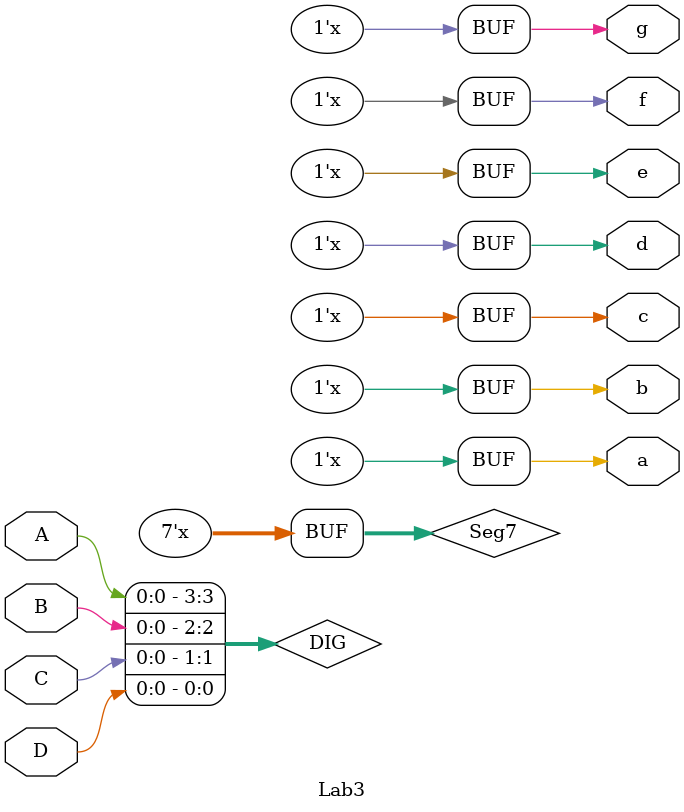
<source format=v>
module Lab3(A,B,C,D,a,b,c,d,e,f,g);
input A,B,C,D;
output reg a,b,c,d,e,f,g;

reg [0:6] Seg7;
reg [3:0] DIG;

always @ (DIG) begin
 case (DIG)
 4'b0000: Seg7 = 7'b0000001;
 4'b0001: Seg7 = 7'b1001111;
 4'b0010: Seg7 = 7'b0010010;
 4'b0011: Seg7 = 7'b0000110;
 4'b0100: Seg7 = 7'b1001100;
 4'b0101: Seg7 = 7'b0100100;
 4'b0110: Seg7 = 7'b0100000;
 4'b0111: Seg7 = 7'b0001111;
 4'b1000: Seg7 = 7'b0000000;
 4'b1001: Seg7 = 7'b0000100;
 default: Seg7 = 7'bxxxxxxx;
 
 endcase
 
 DIG = {A,B,C,D};
 {a,b,c,d,e,f,g} = Seg7;
 end
 endmodule
 
</source>
